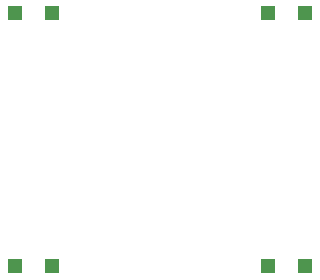
<source format=gbr>
%TF.GenerationSoftware,KiCad,Pcbnew,(5.1.9)-1*%
%TF.CreationDate,2021-02-14T16:54:30-05:00*%
%TF.ProjectId,keeb,6b656562-2e6b-4696-9361-645f70636258,rev?*%
%TF.SameCoordinates,Original*%
%TF.FileFunction,Paste,Top*%
%TF.FilePolarity,Positive*%
%FSLAX46Y46*%
G04 Gerber Fmt 4.6, Leading zero omitted, Abs format (unit mm)*
G04 Created by KiCad (PCBNEW (5.1.9)-1) date 2021-02-14 16:54:30*
%MOMM*%
%LPD*%
G01*
G04 APERTURE LIST*
%ADD10R,1.200000X1.200000*%
G04 APERTURE END LIST*
D10*
%TO.C,D1*%
X100818750Y-135731250D03*
X103968750Y-135731250D03*
%TD*%
%TO.C,D2*%
X125400000Y-135731250D03*
X122250000Y-135731250D03*
%TD*%
%TO.C,D3*%
X100818750Y-157162500D03*
X103968750Y-157162500D03*
%TD*%
%TO.C,D4*%
X125400000Y-157162500D03*
X122250000Y-157162500D03*
%TD*%
M02*

</source>
